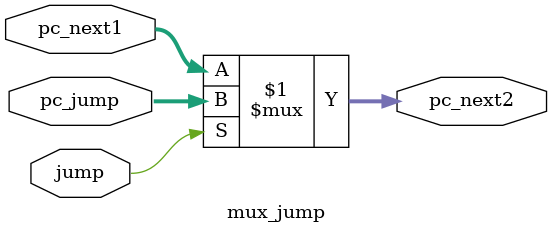
<source format=v>
module mux_jump(pc_next2,pc_jump,jump,pc_next1);
input[31:0]pc_next1;
input[31:0]pc_jump;
input jump;
output[31:0]pc_next2;

assign pc_next2=jump ? pc_jump:pc_next1;
endmodule

</source>
